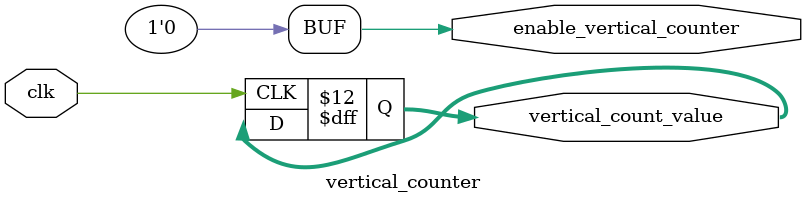
<source format=sv>
`timescale 1ns/1ps


module vertical_counter
(
input logic clk, //! might need to change with clk divider depending on refresh rate desired
output reg [15:0] vertical_count_value = 0,
output reg enable_vertical_counter = 0
);

always@(posedge clk) begin
    if (enable_vertical_counter == 1'b1) begin
        if (vertical_count_value < 524) begin
            vertical_count_value <= vertical_count_value + 1; //! incremental vertical count value to next pixel
        end
        else begin
            vertical_count_value <= 0; //! reset vertical count value
        end
    end
end

endmodule
</source>
